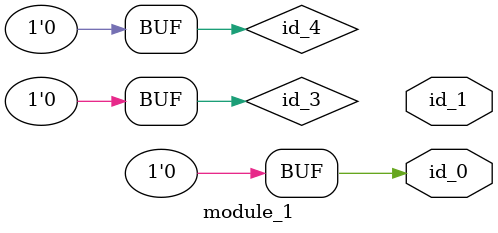
<source format=v>
module module_0 (
    id_1,
    id_2,
    id_3,
    id_4,
    id_5,
    id_6,
    id_7,
    id_8,
    id_9,
    id_10,
    id_11,
    id_12,
    id_13,
    id_14
);
  inout wire id_14;
  inout wire id_13;
  inout wire id_12;
  inout wire id_11;
  output wire id_10;
  output wire id_9;
  inout wire id_8;
  inout wire id_7;
  inout wire id_6;
  input wire id_5;
  input wire id_4;
  inout wire id_3;
  inout wire id_2;
  output wire id_1;
  assign id_6 = id_8;
  wire id_15;
endmodule
module module_1 (
    output wor id_0,
    output wor id_1
);
  supply0 id_3, id_4;
  assign id_0 = -1 <= id_3;
  module_0 modCall_1 (
      id_3,
      id_3,
      id_4,
      id_3,
      id_3,
      id_4,
      id_3,
      id_4,
      id_3,
      id_3,
      id_4,
      id_4,
      id_4,
      id_4
  );
endmodule

</source>
